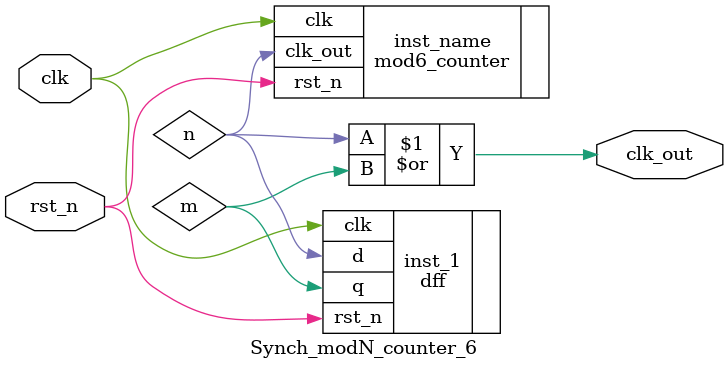
<source format=v>

module Synch_modN_counter_6(
input clk,
input rst_n,
output clk_out
); 

wire n,m; 
mod6_counter inst_name (.clk(clk), .rst_n(rst_n), .clk_out(n)); 
dff inst_1(.clk(clk),.rst_n(rst_n),.d(n),.q(m)); 
assign clk_out = n|m; 


endmodule 
</source>
